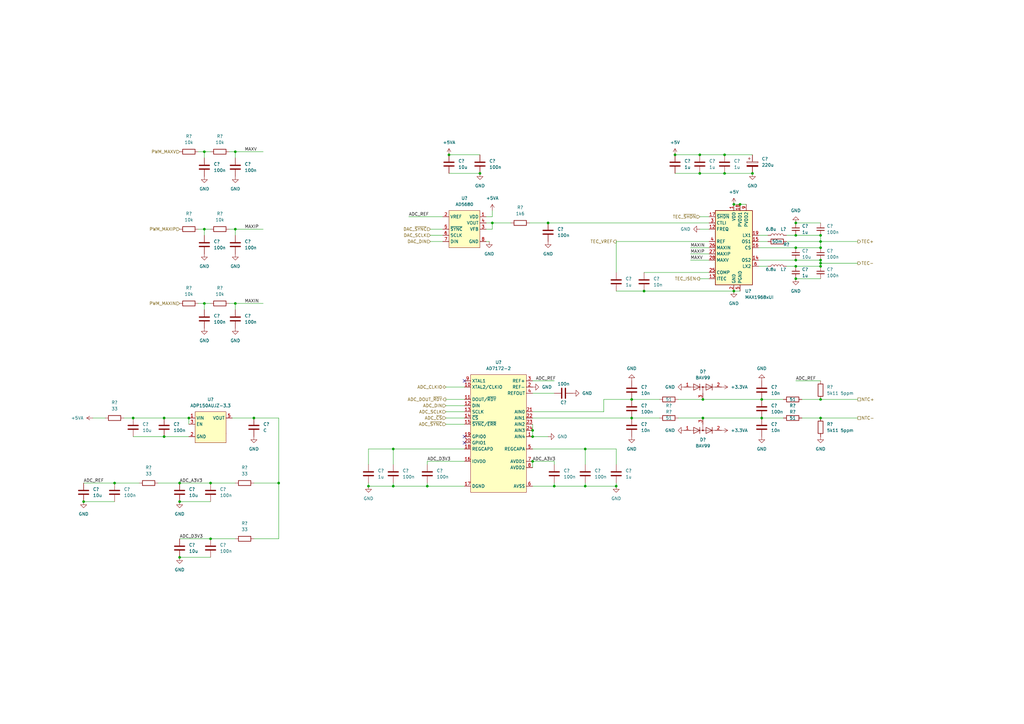
<source format=kicad_sch>
(kicad_sch (version 20211123) (generator eeschema)
  (paper "A3")
  (lib_symbols
    (symbol "Device:C" (pin_numbers hide) (pin_names (offset 0.254))
      (property "Reference" "C" (at 0.635 2.54 0))
      (property "Value" "C" (at 0.635 -2.54 0))
      (symbol "C_0_1"
        (polyline (pts (xy -2.032 -0.762) (xy 2.032 -0.762)) (stroke (width 0.508)))
        (polyline (pts (xy -2.032 0.762) (xy 2.032 0.762)) (stroke (width 0.508)))
      )
      (symbol "C_1_1"
        (pin passive line (at 0 3.81 270) (length 2.794) (name "~") (number "1"))
        (pin passive line (at 0 -3.81 90) (length 2.794) (name "~") (number "2"))
      )
    )
    (symbol "Device:C_Polarized" (pin_numbers hide) (pin_names (offset 0.254))
      (property "Reference" "C" (at 0.635 2.54 0))
      (property "Value" "C_Polarized" (at 0.635 -2.54 0))
      (symbol "C_Polarized_0_1"
        (rectangle (start -2.286 0.508) (end 2.286 1.016))
        (polyline (pts (xy -1.778 2.286) (xy -0.762 2.286)))
        (polyline (pts (xy -1.27 2.794) (xy -1.27 1.778)))
        (rectangle (start 2.286 -0.508) (end -2.286 -1.016) (fill (type outline)))
      )
      (symbol "C_Polarized_1_1"
        (pin passive line (at 0 3.81 270) (length 2.794) (name "~") (number "1"))
        (pin passive line (at 0 -3.81 90) (length 2.794) (name "~") (number "2"))
      )
    )
    (symbol "Device:C_Small" (pin_numbers hide) (pin_names (offset 0.254) hide)
      (property "Reference" "C" (at 0.254 1.778 0))
      (property "Value" "C_Small" (at 0.254 -2.032 0))
      (symbol "C_Small_0_1"
        (polyline (pts (xy -1.524 -0.508) (xy 1.524 -0.508)) (stroke (width 0.3302)))
        (polyline (pts (xy -1.524 0.508) (xy 1.524 0.508)) (stroke (width 0.3048)))
      )
      (symbol "C_Small_1_1"
        (pin passive line (at 0 2.54 270) (length 2.032) (name "~") (number "1"))
        (pin passive line (at 0 -2.54 90) (length 2.032) (name "~") (number "2"))
      )
    )
    (symbol "Device:L" (pin_numbers hide) (pin_names (offset 1.016) hide)
      (property "Reference" "L" (at -1.27 0 90))
      (property "Value" "L" (at 1.905 0 90))
      (symbol "L_0_1"
        (arc (start 0 -2.54) (mid 0.635 -1.905) (end 0 -1.27))
        (arc (start 0 -1.27) (mid 0.635 -0.635) (end 0 0))
        (arc (start 0 0) (mid 0.635 0.635) (end 0 1.27))
        (arc (start 0 1.27) (mid 0.635 1.905) (end 0 2.54))
      )
      (symbol "L_1_1"
        (pin passive line (at 0 3.81 270) (length 1.27) (name "1") (number "1"))
        (pin passive line (at 0 -3.81 90) (length 1.27) (name "2") (number "2"))
      )
    )
    (symbol "Device:R" (pin_numbers hide) (pin_names (offset 0))
      (property "Reference" "R" (at 2.032 0 90))
      (property "Value" "R" (at 0 0 90))
      (symbol "R_0_1"
        (rectangle (start -1.016 -2.54) (end 1.016 2.54) (stroke (width 0.254)))
      )
      (symbol "R_1_1"
        (pin passive line (at 0 3.81 270) (length 1.27) (name "~") (number "1"))
        (pin passive line (at 0 -3.81 90) (length 1.27) (name "~") (number "2"))
      )
    )
    (symbol "Diode:BAV99" (pin_names hide)
      (property "Reference" "D" (at 0 5.08 0))
      (property "Value" "BAV99" (at 0 2.54 0))
      (symbol "BAV99_0_1"
        (polyline (pts (xy -5.08 0) (xy 5.08 0)))
      )
      (symbol "BAV99_1_1"
        (polyline (pts (xy 0 0) (xy 0 -2.54)))
        (polyline (pts (xy -1.27 -1.27) (xy -1.27 1.27) (xy -1.27 1.27)) (stroke (width 0.2032)))
        (polyline (pts (xy 3.81 1.27) (xy 3.81 -1.27) (xy 3.81 -1.27)) (stroke (width 0.2032)))
        (polyline (pts (xy -3.81 1.27) (xy -1.27 0) (xy -3.81 -1.27) (xy -3.81 1.27) (xy -3.81 1.27) (xy -3.81 1.27)) (stroke (width 0.2032)))
        (polyline (pts (xy 1.27 1.27) (xy 3.81 0) (xy 1.27 -1.27) (xy 1.27 1.27) (xy 1.27 1.27) (xy 1.27 1.27)) (stroke (width 0.2032)))
        (circle (center 0 0) (radius 0.254) (fill (type outline)))
        (pin passive line (at -7.62 0 0) (length 2.54) (name "K") (number "1"))
        (pin passive line (at 7.62 0 180) (length 2.54) (name "A") (number "2"))
        (pin passive line (at 0 -5.08 90) (length 2.54) (name "K") (number "3"))
      )
    )
    (symbol "Driver_TEC:MAX1968xUI"
      (property "Reference" "U" (at -7.62 16.51 0))
      (property "Value" "MAX1968xUI" (at 5.08 16.51 0))
      (symbol "MAX1968xUI_0_1"
        (rectangle (start -7.62 15.24) (end 7.62 -15.24) (stroke (width 0.254)) (fill (type background)))
      )
      (symbol "MAX1968xUI_1_1"
        (pin power_in line (at 0 17.78 270) (length 2.54) (name "VDD") (number "1"))
        (pin passive line (at 10.16 -7.62 180) (length 2.54) hide (name "LX2") (number "10"))
        (pin passive line (at 5.08 17.78 270) (length 2.54) hide (name "PVDD2") (number "11"))
        (pin input line (at -10.16 7.62 0) (length 2.54) (name "FREQ") (number "12"))
        (pin output line (at -10.16 -12.7 0) (length 2.54) (name "ITEC") (number "13"))
        (pin input line (at 10.16 -5.08 180) (length 2.54) (name "OS2") (number "14"))
        (pin input line (at 10.16 2.54 180) (length 2.54) (name "OS1") (number "15"))
        (pin input line (at 10.16 0 180) (length 2.54) (name "CS") (number "16"))
        (pin input line (at -10.16 12.7 0) (length 2.54) (name "~{SHDN}") (number "17"))
        (pin power_in line (at 2.54 17.78 270) (length 2.54) (name "PVDD1") (number "18"))
        (pin power_out line (at 10.16 5.08 180) (length 2.54) (name "LX1") (number "19"))
        (pin power_in line (at 0 -17.78 90) (length 2.54) (name "GND") (number "2"))
        (pin passive line (at 2.54 17.78 270) (length 2.54) hide (name "PVDD1") (number "20"))
        (pin passive line (at 10.16 5.08 180) (length 2.54) hide (name "LX1") (number "21"))
        (pin passive line (at 2.54 -17.78 90) (length 2.54) hide (name "PGND") (number "22"))
        (pin passive line (at 10.16 5.08 180) (length 2.54) hide (name "LX1") (number "23"))
        (pin passive line (at 2.54 -17.78 90) (length 2.54) hide (name "PGND") (number "24"))
        (pin passive line (at -10.16 -10.16 0) (length 2.54) (name "COMP") (number "25"))
        (pin input line (at -10.16 0 0) (length 2.54) (name "MAXIN") (number "26"))
        (pin input line (at -10.16 -2.54 0) (length 2.54) (name "MAXIP") (number "27"))
        (pin input line (at -10.16 -5.08 0) (length 2.54) (name "MAXV") (number "28"))
        (pin passive line (at 0 -17.78 90) (length 2.54) hide (name "GND") (number "29"))
        (pin input line (at -10.16 10.16 0) (length 2.54) (name "CTLI") (number "3"))
        (pin output line (at -10.16 2.54 0) (length 2.54) (name "REF") (number "4"))
        (pin power_in line (at 2.54 -17.78 90) (length 2.54) (name "PGND") (number "5"))
        (pin power_out line (at 10.16 -7.62 180) (length 2.54) (name "LX2") (number "6"))
        (pin passive line (at 2.54 -17.78 90) (length 2.54) hide (name "PGND") (number "7"))
        (pin passive line (at 10.16 -7.62 180) (length 2.54) hide (name "LX2") (number "8"))
        (pin power_in line (at 5.08 17.78 270) (length 2.54) (name "PVDD2") (number "9"))
      )
    )
    (symbol "kirdy:AD5680"
      (property "Reference" "U" (at 0 -3.81 0))
      (property "Value" "AD5680" (at 0 -1.27 0))
      (symbol "AD5680_0_0"
        (pin power_in line (at 8.89 12.7 180) (length 2.54) (name "VDD") (number "1"))
        (pin input line (at -8.89 12.7 0) (length 2.54) (name "VREF") (number "2"))
        (pin input line (at 8.89 7.62 180) (length 2.54) (name "VFB") (number "3"))
        (pin output line (at 8.89 10.16 180) (length 2.54) (name "VOUT") (number "4"))
        (pin input line (at -8.89 7.62 0) (length 2.54) (name "~{SYNC}") (number "5"))
        (pin input line (at -8.89 5.08 0) (length 2.54) (name "SCLK") (number "6"))
        (pin input line (at -8.89 2.54 0) (length 2.54) (name "DIN") (number "7"))
        (pin power_in line (at 8.89 2.54 180) (length 2.54) (name "GND") (number "8"))
      )
      (symbol "AD5680_0_1"
        (rectangle (start -6.35 15.24) (end 6.35 0) (fill (type background)))
      )
    )
    (symbol "kirdy:AD7172-2"
      (property "Reference" "U" (at 8.89 -22.86 0))
      (property "Value" "AD7172-2" (at -6.35 -22.86 0))
      (symbol "AD7172-2_0_0"
        (pin input line (at -13.97 1.27 0) (length 2.54) (name "AIN4") (number "1"))
        (pin bidirectional line (at 13.97 21.59 180) (length 2.54) (name "XTAL2/CLKIO") (number "10"))
        (pin output line (at 13.97 16.51 180) (length 2.54) (name "DOUT/~{RDY}") (number "11"))
        (pin input line (at 13.97 13.97 180) (length 2.54) (name "DIN") (number "12"))
        (pin input line (at 13.97 11.43 180) (length 2.54) (name "SCLK") (number "13"))
        (pin input line (at 13.97 8.89 180) (length 2.54) (name "~{CS}") (number "14"))
        (pin bidirectional line (at 13.97 6.35 180) (length 2.54) (name "~{SYNC}/~{ERR}") (number "15"))
        (pin power_in line (at 13.97 -8.89 180) (length 2.54) (name "IOVDD") (number "16"))
        (pin power_in line (at 13.97 -19.05 180) (length 2.54) (name "DGND") (number "17"))
        (pin passive line (at 13.97 -3.81 180) (length 2.54) (name "REGCAPD") (number "18"))
        (pin bidirectional line (at 13.97 1.27 180) (length 2.54) (name "GPIO0") (number "19"))
        (pin input line (at -13.97 21.59 0) (length 2.54) (name "REF-") (number "2"))
        (pin bidirectional line (at 13.97 -1.27 180) (length 2.54) (name "GPIO1") (number "20"))
        (pin input line (at -13.97 11.43 0) (length 2.54) (name "AIN0") (number "21"))
        (pin input line (at -13.97 8.89 0) (length 2.54) (name "AIN1") (number "22"))
        (pin input line (at -13.97 6.35 0) (length 2.54) (name "AIN2") (number "23"))
        (pin input line (at -13.97 3.81 0) (length 2.54) (name "AIN3") (number "24"))
        (pin input line (at -13.97 24.13 0) (length 2.54) (name "REF+") (number "3"))
        (pin output line (at -13.97 19.05 0) (length 2.54) (name "REFOUT") (number "4"))
        (pin passive line (at -13.97 -3.81 0) (length 2.54) (name "REGCAPA") (number "5"))
        (pin power_in line (at -13.97 -19.05 0) (length 2.54) (name "AVSS") (number "6"))
        (pin power_in line (at -13.97 -8.89 0) (length 2.54) (name "AVDD1") (number "7"))
        (pin power_in line (at -13.97 -11.43 0) (length 2.54) (name "AVDD2") (number "8"))
        (pin bidirectional line (at 13.97 24.13 180) (length 2.54) (name "XTAL1") (number "9"))
      )
      (symbol "AD7172-2_0_1"
        (rectangle (start -11.43 26.67) (end 11.43 -21.59) (fill (type background)))
      )
    )
    (symbol "kirdy:ADP150AUJZ-3.3"
      (property "Reference" "U" (at -5.08 -1.27 0))
      (property "Value" "ADP150AUJZ-3.3" (at -7.62 1.27 0))
      (symbol "ADP150AUJZ-3.3_0_0"
        (pin power_in line (at 5.08 10.16 0) (length 2.54) (name "VIN") (number "1"))
        (pin power_in line (at 5.08 2.54 0) (length 2.54) (name "GND") (number "2"))
        (pin input line (at 5.08 7.62 0) (length 2.54) (name "EN") (number "3"))
        (pin no_connect line (at 13.97 8.89 90) (length 2.54) hide (name "NC") (number "4"))
        (pin power_out line (at 22.86 10.16 180) (length 2.54) (name "VOUT") (number "5"))
      )
      (symbol "ADP150AUJZ-3.3_0_1"
        (rectangle (start 7.62 12.7) (end 20.32 0) (fill (type background)))
        (rectangle (start 20.32 3.81) (end 20.32 3.81))
      )
    )
    (symbol "power:+3.3VA" (power) (pin_names (offset 0))
      (property "Value" "+3.3VA" (at 0 3.556 0))
      (symbol "+3.3VA_0_1"
        (polyline (pts (xy -0.762 1.27) (xy 0 2.54)))
        (polyline (pts (xy 0 0) (xy 0 2.54)))
        (polyline (pts (xy 0 2.54) (xy 0.762 1.27)))
      )
      (symbol "+3.3VA_1_1"
        (pin power_in line (at 0 0 90) (length 0) hide (name "+3.3VA") (number "1"))
      )
    )
    (symbol "power:+5V" (power) (pin_names (offset 0))
      (property "Value" "+5V" (at 0 3.556 0))
      (symbol "+5V_0_1"
        (polyline (pts (xy -0.762 1.27) (xy 0 2.54)))
        (polyline (pts (xy 0 0) (xy 0 2.54)))
        (polyline (pts (xy 0 2.54) (xy 0.762 1.27)))
      )
      (symbol "+5V_1_1"
        (pin power_in line (at 0 0 90) (length 0) hide (name "+5V") (number "1"))
      )
    )
    (symbol "power:+5VA" (power) (pin_names (offset 0))
      (property "Value" "+5VA" (at 0 3.556 0))
      (symbol "+5VA_0_1"
        (polyline (pts (xy -0.762 1.27) (xy 0 2.54)))
        (polyline (pts (xy 0 0) (xy 0 2.54)))
        (polyline (pts (xy 0 2.54) (xy 0.762 1.27)))
      )
      (symbol "+5VA_1_1"
        (pin power_in line (at 0 0 90) (length 0) hide (name "+5VA") (number "1"))
      )
    )
    (symbol "power:GND" (power) (pin_names (offset 0))
      (property "Value" "GND" (at 0 -3.81 0))
      (symbol "GND_0_1"
        (polyline (pts (xy 0 0) (xy 0 -1.27) (xy 1.27 -1.27) (xy 0 -2.54) (xy -1.27 -1.27) (xy 0 -1.27)))
      )
      (symbol "GND_1_1"
        (pin power_in line (at 0 0 270) (length 0) hide (name "GND") (number "1"))
      )
    )
  )
  (junction (at 300.99 119.38))
  (junction (at 54.61 171.45))
  (junction (at 297.18 63.5))
  (junction (at 326.39 106.68))
  (junction (at 201.93 91.44))
  (junction (at 252.73 199.39))
  (junction (at 96.52 62.23))
  (junction (at 326.39 109.22))
  (junction (at 161.29 184.15))
  (junction (at 336.55 107.95))
  (junction (at 83.82 62.23))
  (junction (at 336.55 96.52))
  (junction (at 73.66 228.6))
  (junction (at 114.3 198.12))
  (junction (at 303.53 83.82))
  (junction (at 218.44 189.23))
  (junction (at 336.55 163.83))
  (junction (at 218.44 179.07))
  (junction (at 161.29 199.39))
  (junction (at 326.39 101.6))
  (junction (at 276.86 63.5))
  (junction (at 308.61 71.12))
  (junction (at 86.36 220.98))
  (junction (at 336.55 99.06))
  (junction (at 224.79 91.44))
  (junction (at 326.39 96.52))
  (junction (at 287.02 71.12))
  (junction (at 300.99 83.82))
  (junction (at 326.39 114.3))
  (junction (at 83.82 93.98))
  (junction (at 73.66 198.12))
  (junction (at 83.82 124.46))
  (junction (at 175.26 199.39))
  (junction (at 259.08 163.83))
  (junction (at 73.66 205.74))
  (junction (at 86.36 198.12))
  (junction (at 46.99 198.12))
  (junction (at 336.55 109.22))
  (junction (at 218.44 176.53))
  (junction (at 184.15 63.5))
  (junction (at 240.03 199.39))
  (junction (at 259.08 171.45))
  (junction (at 104.14 171.45))
  (junction (at 336.55 101.6))
  (junction (at 96.52 93.98))
  (junction (at 227.33 199.39))
  (junction (at 96.52 124.46))
  (junction (at 34.29 205.74))
  (junction (at 312.42 163.83))
  (junction (at 67.31 179.07))
  (junction (at 67.31 171.45))
  (junction (at 288.29 163.83))
  (junction (at 196.85 71.12))
  (junction (at 336.55 171.45))
  (junction (at 240.03 184.15))
  (junction (at 288.29 171.45))
  (junction (at 151.13 199.39))
  (junction (at 264.16 119.38))
  (junction (at 336.55 106.68))
  (junction (at 287.02 63.5))
  (junction (at 297.18 71.12))
  (junction (at 312.42 171.45))
  (junction (at 77.47 171.45))
  (junction (at 326.39 91.44))
  (no_connect (at 190.5 156.21))
  (no_connect (at 190.5 179.07))
  (no_connect (at 190.5 181.61))
  (wire (pts (xy 218.44 176.53) (xy 218.44 179.07)))
  (wire (pts (xy 218.44 189.23) (xy 227.33 189.23)))
  (wire (pts (xy 114.3 198.12) (xy 114.3 171.45)))
  (wire (pts (xy 311.15 99.06) (xy 314.96 99.06)))
  (wire (pts (xy 276.86 63.5) (xy 287.02 63.5)))
  (wire (pts (xy 67.31 179.07) (xy 77.47 179.07)))
  (wire (pts (xy 34.29 205.74) (xy 46.99 205.74)))
  (wire (pts (xy 252.73 111.76) (xy 252.73 99.06)))
  (wire (pts (xy 311.15 101.6) (xy 326.39 101.6)))
  (wire (pts (xy 182.88 166.37) (xy 190.5 166.37)))
  (wire (pts (xy 175.26 189.23) (xy 190.5 189.23)))
  (wire (pts (xy 252.73 119.38) (xy 264.16 119.38)))
  (wire (pts (xy 38.1 171.45) (xy 43.18 171.45)))
  (wire (pts (xy 252.73 184.15) (xy 252.73 190.5)))
  (wire (pts (xy 259.08 171.45) (xy 270.51 171.45)))
  (wire (pts (xy 151.13 190.5) (xy 151.13 184.15)))
  (wire (pts (xy 336.55 109.22) (xy 326.39 109.22)))
  (wire (pts (xy 104.14 198.12) (xy 114.3 198.12)))
  (wire (pts (xy 86.36 220.98) (xy 96.52 220.98)))
  (wire (pts (xy 326.39 96.52) (xy 322.58 96.52)))
  (wire (pts (xy 114.3 171.45) (xy 104.14 171.45)))
  (wire (pts (xy 259.08 163.83) (xy 270.51 163.83)))
  (wire (pts (xy 199.39 93.98) (xy 201.93 93.98)))
  (wire (pts (xy 326.39 106.68) (xy 336.55 106.68)))
  (wire (pts (xy 297.18 63.5) (xy 308.61 63.5)))
  (wire (pts (xy 287.02 71.12) (xy 297.18 71.12)))
  (wire (pts (xy 312.42 163.83) (xy 321.31 163.83)))
  (wire (pts (xy 264.16 119.38) (xy 300.99 119.38)))
  (wire (pts (xy 336.55 101.6) (xy 336.55 99.06)))
  (wire (pts (xy 300.99 83.82) (xy 303.53 83.82)))
  (wire (pts (xy 227.33 189.23) (xy 227.33 190.5)))
  (wire (pts (xy 83.82 93.98) (xy 86.36 93.98)))
  (wire (pts (xy 336.55 99.06) (xy 351.79 99.06)))
  (wire (pts (xy 184.15 63.5) (xy 196.85 63.5)))
  (wire (pts (xy 218.44 184.15) (xy 240.03 184.15)))
  (wire (pts (xy 218.44 189.23) (xy 218.44 191.77)))
  (wire (pts (xy 151.13 184.15) (xy 161.29 184.15)))
  (wire (pts (xy 151.13 199.39) (xy 161.29 199.39)))
  (wire (pts (xy 199.39 99.06) (xy 200.66 99.06)))
  (wire (pts (xy 96.52 124.46) (xy 96.52 127)))
  (wire (pts (xy 322.58 99.06) (xy 336.55 99.06)))
  (wire (pts (xy 287.02 88.9) (xy 290.83 88.9)))
  (wire (pts (xy 283.21 101.6) (xy 290.83 101.6)))
  (wire (pts (xy 336.55 101.6) (xy 326.39 101.6)))
  (wire (pts (xy 336.55 99.06) (xy 336.55 96.52)))
  (wire (pts (xy 54.61 179.07) (xy 67.31 179.07)))
  (wire (pts (xy 247.65 168.91) (xy 247.65 163.83)))
  (wire (pts (xy 184.15 71.12) (xy 196.85 71.12)))
  (wire (pts (xy 96.52 124.46) (xy 107.95 124.46)))
  (wire (pts (xy 240.03 184.15) (xy 252.73 184.15)))
  (wire (pts (xy 328.93 163.83) (xy 336.55 163.83)))
  (wire (pts (xy 182.88 168.91) (xy 190.5 168.91)))
  (wire (pts (xy 328.93 171.45) (xy 336.55 171.45)))
  (wire (pts (xy 199.39 88.9) (xy 201.93 88.9)))
  (wire (pts (xy 93.98 93.98) (xy 96.52 93.98)))
  (wire (pts (xy 83.82 62.23) (xy 83.82 64.77)))
  (wire (pts (xy 161.29 198.12) (xy 161.29 199.39)))
  (wire (pts (xy 73.66 228.6) (xy 86.36 228.6)))
  (wire (pts (xy 288.29 171.45) (xy 312.42 171.45)))
  (wire (pts (xy 264.16 111.76) (xy 290.83 111.76)))
  (wire (pts (xy 176.53 96.52) (xy 181.61 96.52)))
  (wire (pts (xy 167.64 88.9) (xy 181.61 88.9)))
  (wire (pts (xy 46.99 198.12) (xy 57.15 198.12)))
  (wire (pts (xy 240.03 198.12) (xy 240.03 199.39)))
  (wire (pts (xy 201.93 88.9) (xy 201.93 86.36)))
  (wire (pts (xy 311.15 106.68) (xy 326.39 106.68)))
  (wire (pts (xy 34.29 198.12) (xy 46.99 198.12)))
  (wire (pts (xy 83.82 124.46) (xy 83.82 127)))
  (wire (pts (xy 175.26 199.39) (xy 190.5 199.39)))
  (wire (pts (xy 86.36 198.12) (xy 96.52 198.12)))
  (wire (pts (xy 218.44 161.29) (xy 227.33 161.29)))
  (wire (pts (xy 218.44 171.45) (xy 259.08 171.45)))
  (wire (pts (xy 278.13 171.45) (xy 288.29 171.45)))
  (wire (pts (xy 96.52 93.98) (xy 96.52 96.52)))
  (wire (pts (xy 50.8 171.45) (xy 54.61 171.45)))
  (wire (pts (xy 326.39 114.3) (xy 336.55 114.3)))
  (wire (pts (xy 77.47 171.45) (xy 77.47 173.99)))
  (wire (pts (xy 218.44 179.07) (xy 224.79 179.07)))
  (wire (pts (xy 95.25 171.45) (xy 104.14 171.45)))
  (wire (pts (xy 247.65 168.91) (xy 218.44 168.91)))
  (wire (pts (xy 252.73 198.12) (xy 252.73 199.39)))
  (wire (pts (xy 199.39 91.44) (xy 201.93 91.44)))
  (wire (pts (xy 104.14 220.98) (xy 114.3 220.98)))
  (wire (pts (xy 83.82 93.98) (xy 83.82 96.52)))
  (wire (pts (xy 93.98 62.23) (xy 96.52 62.23)))
  (wire (pts (xy 224.79 91.44) (xy 290.83 91.44)))
  (wire (pts (xy 287.02 93.98) (xy 290.83 93.98)))
  (wire (pts (xy 73.66 205.74) (xy 86.36 205.74)))
  (wire (pts (xy 182.88 171.45) (xy 190.5 171.45)))
  (wire (pts (xy 201.93 93.98) (xy 201.93 91.44)))
  (wire (pts (xy 218.44 156.21) (xy 227.33 156.21)))
  (wire (pts (xy 176.53 93.98) (xy 181.61 93.98)))
  (wire (pts (xy 81.28 93.98) (xy 83.82 93.98)))
  (wire (pts (xy 182.88 163.83) (xy 190.5 163.83)))
  (wire (pts (xy 73.66 198.12) (xy 86.36 198.12)))
  (wire (pts (xy 336.55 107.95) (xy 351.79 107.95)))
  (wire (pts (xy 96.52 62.23) (xy 107.95 62.23)))
  (wire (pts (xy 175.26 198.12) (xy 175.26 199.39)))
  (wire (pts (xy 218.44 173.99) (xy 218.44 176.53)))
  (wire (pts (xy 326.39 156.21) (xy 336.55 156.21)))
  (wire (pts (xy 114.3 220.98) (xy 114.3 198.12)))
  (wire (pts (xy 311.15 96.52) (xy 314.96 96.52)))
  (wire (pts (xy 54.61 171.45) (xy 67.31 171.45)))
  (wire (pts (xy 287.02 114.3) (xy 290.83 114.3)))
  (wire (pts (xy 96.52 93.98) (xy 107.95 93.98)))
  (wire (pts (xy 81.28 62.23) (xy 83.82 62.23)))
  (wire (pts (xy 240.03 184.15) (xy 240.03 190.5)))
  (wire (pts (xy 336.55 107.95) (xy 336.55 106.68)))
  (wire (pts (xy 217.17 91.44) (xy 224.79 91.44)))
  (wire (pts (xy 312.42 171.45) (xy 321.31 171.45)))
  (wire (pts (xy 276.86 71.12) (xy 287.02 71.12)))
  (wire (pts (xy 336.55 171.45) (xy 351.79 171.45)))
  (wire (pts (xy 287.02 63.5) (xy 297.18 63.5)))
  (wire (pts (xy 288.29 163.83) (xy 312.42 163.83)))
  (wire (pts (xy 81.28 124.46) (xy 83.82 124.46)))
  (wire (pts (xy 303.53 83.82) (xy 306.07 83.82)))
  (wire (pts (xy 83.82 124.46) (xy 86.36 124.46)))
  (wire (pts (xy 278.13 163.83) (xy 288.29 163.83)))
  (wire (pts (xy 73.66 220.98) (xy 86.36 220.98)))
  (wire (pts (xy 326.39 96.52) (xy 336.55 96.52)))
  (wire (pts (xy 96.52 62.23) (xy 96.52 64.77)))
  (wire (pts (xy 252.73 99.06) (xy 290.83 99.06)))
  (wire (pts (xy 93.98 124.46) (xy 96.52 124.46)))
  (wire (pts (xy 227.33 198.12) (xy 227.33 199.39)))
  (wire (pts (xy 218.44 199.39) (xy 227.33 199.39)))
  (wire (pts (xy 300.99 119.38) (xy 303.53 119.38)))
  (wire (pts (xy 176.53 99.06) (xy 181.61 99.06)))
  (wire (pts (xy 64.77 198.12) (xy 73.66 198.12)))
  (wire (pts (xy 182.88 173.99) (xy 190.5 173.99)))
  (wire (pts (xy 161.29 199.39) (xy 175.26 199.39)))
  (wire (pts (xy 336.55 109.22) (xy 336.55 107.95)))
  (wire (pts (xy 201.93 91.44) (xy 209.55 91.44)))
  (wire (pts (xy 247.65 163.83) (xy 259.08 163.83)))
  (wire (pts (xy 83.82 62.23) (xy 86.36 62.23)))
  (wire (pts (xy 336.55 163.83) (xy 351.79 163.83)))
  (wire (pts (xy 161.29 184.15) (xy 161.29 190.5)))
  (wire (pts (xy 67.31 171.45) (xy 77.47 171.45)))
  (wire (pts (xy 326.39 91.44) (xy 336.55 91.44)))
  (wire (pts (xy 311.15 109.22) (xy 314.96 109.22)))
  (wire (pts (xy 227.33 199.39) (xy 240.03 199.39)))
  (wire (pts (xy 322.58 109.22) (xy 326.39 109.22)))
  (wire (pts (xy 297.18 71.12) (xy 308.61 71.12)))
  (wire (pts (xy 161.29 184.15) (xy 190.5 184.15)))
  (wire (pts (xy 283.21 104.14) (xy 290.83 104.14)))
  (wire (pts (xy 283.21 106.68) (xy 290.83 106.68)))
  (wire (pts (xy 240.03 199.39) (xy 252.73 199.39)))
  (wire (pts (xy 182.88 158.75) (xy 190.5 158.75)))
  (wire (pts (xy 151.13 198.12) (xy 151.13 199.39)))
  (wire (pts (xy 175.26 189.23) (xy 175.26 190.5)))
  (label "ADC_D3V3" (at 175.26 189.23 0))
  (label "MAXV" (at 100.33 62.23 0))
  (label "MAXIN" (at 100.33 124.46 0))
  (label "ADC_REF" (at 34.29 198.12 0))
  (label "MAXIN" (at 283.21 101.6 0))
  (label "ADC_A3V3" (at 73.66 198.12 0))
  (label "MAXV" (at 283.21 106.68 0))
  (label "MAXIP" (at 100.33 93.98 0))
  (label "ADC_REF" (at 326.39 156.21 0))
  (label "ADC_D3V3" (at 73.66 220.98 0))
  (label "ADC_REF" (at 219.71 156.21 0))
  (label "ADC_A3V3" (at 218.44 189.23 0))
  (label "ADC_REF" (at 167.64 88.9 0))
  (label "MAXIP" (at 283.21 104.14 0))
  (hierarchical_label "ADC_DOUT_~{RDY}" (shape output) (at 182.88 163.83 180))
  (hierarchical_label "ADC_CLKIO" (shape bidirectional) (at 182.88 158.75 180))
  (hierarchical_label "TEC+" (shape output) (at 351.79 99.06 0))
  (hierarchical_label "PWM_MAXIP" (shape input) (at 73.66 93.98 180))
  (hierarchical_label "DAC_DIN" (shape input) (at 176.53 99.06 180))
  (hierarchical_label "PWM_MAXIN" (shape input) (at 73.66 124.46 180))
  (hierarchical_label "TEC_VREF" (shape output) (at 252.73 99.06 180))
  (hierarchical_label "TEC_~{SHDN}" (shape input) (at 287.02 88.9 180))
  (hierarchical_label "DAC_SCLK" (shape input) (at 176.53 96.52 180))
  (hierarchical_label "TEC_ISEN" (shape output) (at 287.02 114.3 180))
  (hierarchical_label "ADC_~{CS}" (shape input) (at 182.88 171.45 180))
  (hierarchical_label "NTC-" (shape passive) (at 351.79 171.45 0))
  (hierarchical_label "ADC_DIN" (shape input) (at 182.88 166.37 180))
  (hierarchical_label "NTC+" (shape passive) (at 351.79 163.83 0))
  (hierarchical_label "TEC-" (shape output) (at 351.79 107.95 0))
  (hierarchical_label "PWM_MAXV" (shape input) (at 73.66 62.23 180))
  (hierarchical_label "ADC_SCLK" (shape input) (at 182.88 168.91 180))
  (hierarchical_label "ADC_~{SYNC}" (shape input) (at 182.88 173.99 180))
  (hierarchical_label "DAC_~{SYNC}" (shape input) (at 176.53 93.98 180))
  (symbol (lib_id "power:GND") (at 73.66 205.74 0) (unit 1)
    (property "Reference" "#PWR?" (effects hide))
    (property "Value" "GND" (at 73.66 210.82 0))
  )
  (symbol (lib_id "Device:C") (at 240.03 194.31 0) (unit 1)
    (property "Reference" "C?" (at 243.84 193.0399 0) (effects (justify left)))
    (property "Value" "100n" (at 243.84 195.5799 0) (effects (justify left)))
  )
  (symbol (lib_id "Device:C") (at 175.26 194.31 0) (unit 1)
    (property "Reference" "C?" (at 179.07 193.0399 0) (effects (justify left)))
    (property "Value" "100n" (at 179.07 195.5799 0) (effects (justify left)))
  )
  (symbol (lib_id "kirdy:AD5680") (at 190.5 101.6 0) (unit 1)
    (property "Reference" "U?" (at 190.5 81.28 0))
    (property "Value" "AD5680" (at 190.5 83.82 0))
    (property "Footprint" "Package_TO_SOT_SMD:SOT-23-8" (effects hide))
    (property "Datasheet" "https://www.analog.com/media/en/technical-documentation/data-sheets/ad5680.pdf" (effects hide))
  )
  (symbol (lib_id "power:GND") (at 34.29 205.74 0) (unit 1)
    (property "Reference" "#PWR?" (effects hide))
    (property "Value" "GND" (at 34.29 210.82 0))
  )
  (symbol (lib_id "power:GND") (at 200.66 99.06 0) (unit 1)
    (property "Reference" "#PWR?" (effects hide))
    (property "Value" "GND" (at 200.66 104.14 0))
  )
  (symbol (lib_id "Device:C") (at 73.66 224.79 0) (unit 1)
    (property "Reference" "C?" (at 77.47 223.5199 0) (effects (justify left)))
    (property "Value" "10u" (at 77.47 226.0599 0) (effects (justify left)))
  )
  (symbol (lib_id "Device:R") (at 318.77 99.06 90) (unit 1)
    (property "Reference" "R?" (at 322.58 100.33 90))
    (property "Value" "50m" (at 318.77 99.06 90))
  )
  (symbol (lib_id "Device:C") (at 252.73 194.31 0) (unit 1)
    (property "Reference" "C?" (at 256.54 193.0399 0) (effects (justify left)))
    (property "Value" "1u" (at 256.54 195.5799 0) (effects (justify left)))
  )
  (symbol (lib_id "power:+5V") (at 276.86 63.5 0) (unit 1)
    (property "Reference" "#PWR?" (effects hide))
    (property "Value" "+5V" (at 276.86 58.42 0))
  )
  (symbol (lib_id "Device:R") (at 100.33 220.98 90) (unit 1)
    (property "Reference" "R?" (at 100.33 214.63 90))
    (property "Value" "33" (at 100.33 217.17 90))
  )
  (symbol (lib_id "power:GND") (at 83.82 104.14 0) (unit 1)
    (property "Reference" "#PWR?" (effects hide))
    (property "Value" "GND" (at 83.82 109.22 0))
  )
  (symbol (lib_id "Device:R") (at 90.17 62.23 90) (unit 1)
    (property "Reference" "R?" (at 90.17 55.88 90))
    (property "Value" "10k" (at 90.17 58.42 90))
  )
  (symbol (lib_id "Device:R") (at 46.99 171.45 90) (unit 1)
    (property "Reference" "R?" (at 46.99 165.1 90))
    (property "Value" "33" (at 46.99 167.64 90))
  )
  (symbol (lib_id "Device:R") (at 274.32 163.83 90) (unit 1)
    (property "Reference" "R?" (at 274.32 166.37 90))
    (property "Value" "51" (at 274.32 163.83 90))
  )
  (symbol (lib_id "power:GND") (at 308.61 71.12 0) (unit 1)
    (property "Reference" "#PWR?" (effects hide))
    (property "Value" "GND" (at 308.61 76.2 0))
  )
  (symbol (lib_id "Device:R") (at 325.12 163.83 90) (unit 1)
    (property "Reference" "R?" (at 325.12 166.37 90))
    (property "Value" "51" (at 325.12 163.83 90))
  )
  (symbol (lib_id "Device:R") (at 274.32 171.45 90) (unit 1)
    (property "Reference" "R?" (at 274.32 168.91 90))
    (property "Value" "51" (at 274.32 171.45 90))
  )
  (symbol (lib_id "kirdy:AD7172-2") (at 204.47 180.34 0) (mirror y) (unit 1)
    (property "Reference" "U?" (at 204.47 148.59 0))
    (property "Value" "AD7172-2" (at 204.47 151.13 0))
    (property "Footprint" "Package_SO:TSSOP-24_4.4x7.8mm_P0.65mm" (effects hide))
    (property "Datasheet" "https://www.analog.com/media/en/technical-documentation/data-sheets/ad7172-2.pdf" (effects hide))
  )
  (symbol (lib_id "Device:C") (at 86.36 201.93 0) (unit 1)
    (property "Reference" "C?" (at 90.17 200.6599 0) (effects (justify left)))
    (property "Value" "100n" (at 90.17 203.1999 0) (effects (justify left)))
  )
  (symbol (lib_id "power:GND") (at 83.82 134.62 0) (unit 1)
    (property "Reference" "#PWR?" (effects hide))
    (property "Value" "GND" (at 83.82 139.7 0))
  )
  (symbol (lib_id "Device:L") (at 318.77 109.22 90) (unit 1)
    (property "Reference" "L?" (at 321.31 110.49 90))
    (property "Value" "6.8u" (at 316.23 110.49 90))
  )
  (symbol (lib_id "power:GND") (at 234.95 161.29 90) (unit 1)
    (property "Reference" "#PWR?" (effects hide))
    (property "Value" "GND" (at 238.76 161.2899 90) (effects (justify right)))
  )
  (symbol (lib_id "Device:R") (at 77.47 93.98 90) (unit 1)
    (property "Reference" "R?" (at 77.47 87.63 90))
    (property "Value" "10k" (at 77.47 90.17 90))
  )
  (symbol (lib_id "Device:R") (at 325.12 171.45 90) (unit 1)
    (property "Reference" "R?" (at 325.12 168.91 90))
    (property "Value" "51" (at 325.12 171.45 90))
  )
  (symbol (lib_id "Device:C") (at 34.29 201.93 0) (unit 1)
    (property "Reference" "C?" (at 38.1 200.6599 0) (effects (justify left)))
    (property "Value" "10u" (at 38.1 203.1999 0) (effects (justify left)))
  )
  (symbol (lib_id "Device:C") (at 259.08 167.64 0) (unit 1)
    (property "Reference" "C?" (at 262.89 166.3699 0) (effects (justify left)))
    (property "Value" "100n" (at 262.89 168.9099 0) (effects (justify left)))
  )
  (symbol (lib_id "power:GND") (at 96.52 72.39 0) (unit 1)
    (property "Reference" "#PWR?" (effects hide))
    (property "Value" "GND" (at 96.52 77.47 0))
  )
  (symbol (lib_id "power:GND") (at 104.14 179.07 0) (unit 1)
    (property "Reference" "#PWR?" (effects hide))
    (property "Value" "GND" (at 104.14 184.15 0))
  )
  (symbol (lib_id "Device:C") (at 297.18 67.31 0) (unit 1)
    (property "Reference" "C?" (at 300.99 66.0399 0) (effects (justify left)))
    (property "Value" "1u" (at 300.99 68.5799 0) (effects (justify left)))
  )
  (symbol (lib_id "Device:C") (at 287.02 67.31 0) (unit 1)
    (property "Reference" "C?" (at 290.83 66.0399 0) (effects (justify left)))
    (property "Value" "1u" (at 290.83 68.5799 0) (effects (justify left)))
  )
  (symbol (lib_id "Device:C_Small") (at 326.39 104.14 0) (unit 1)
    (property "Reference" "C?" (at 328.93 102.8762 0) (effects (justify left)))
    (property "Value" "10u" (at 328.93 105.4162 0) (effects (justify left)))
  )
  (symbol (lib_id "power:GND") (at 224.79 179.07 90) (unit 1)
    (property "Reference" "#PWR?" (effects hide))
    (property "Value" "GND" (at 228.6 179.0699 90) (effects (justify right)))
  )
  (symbol (lib_id "Device:C") (at 96.52 130.81 0) (unit 1)
    (property "Reference" "C?" (at 100.33 129.5399 0) (effects (justify left)))
    (property "Value" "100n" (at 100.33 132.0799 0) (effects (justify left)))
  )
  (symbol (lib_id "Device:R") (at 90.17 93.98 90) (unit 1)
    (property "Reference" "R?" (at 90.17 87.63 90))
    (property "Value" "10k" (at 90.17 90.17 90))
  )
  (symbol (lib_id "Device:R") (at 336.55 160.02 0) (unit 1)
    (property "Reference" "R?" (at 339.09 158.7499 0) (effects (justify left)))
    (property "Value" "5k11 5ppm" (at 339.09 161.2899 0) (effects (justify left)))
  )
  (symbol (lib_id "power:GND") (at 224.79 99.06 0) (unit 1)
    (property "Reference" "#PWR?" (effects hide))
    (property "Value" "GND" (at 224.79 104.14 0))
  )
  (symbol (lib_id "kirdy:ADP150AUJZ-3.3") (at 72.39 181.61 0) (unit 1)
    (property "Reference" "U?" (at 86.36 163.83 0))
    (property "Value" "ADP150AUJZ-3.3" (at 86.36 166.37 0))
    (property "Footprint" "Package_TO_SOT_SMD:TSOT-23-5" (effects hide))
    (property "Datasheet" "https://www.analog.com/media/en/technical-documentation/data-sheets/adp150.pdf" (effects hide))
  )
  (symbol (lib_id "Device:C") (at 67.31 175.26 0) (unit 1)
    (property "Reference" "C?" (at 71.12 173.9899 0) (effects (justify left)))
    (property "Value" "100n" (at 71.12 176.5299 0) (effects (justify left)))
  )
  (symbol (lib_id "power:+3.3VA") (at 295.91 158.75 270) (unit 1)
    (property "Reference" "#PWR?" (effects hide))
    (property "Value" "+3.3VA" (at 299.72 158.7499 90) (effects (justify left)))
  )
  (symbol (lib_id "Device:C") (at 312.42 175.26 0) (unit 1)
    (property "Reference" "C?" (at 316.23 173.9899 0) (effects (justify left)))
    (property "Value" "10n" (at 316.23 176.5299 0) (effects (justify left)))
  )
  (symbol (lib_id "Device:C") (at 104.14 175.26 0) (unit 1)
    (property "Reference" "C?" (at 107.95 173.9899 0) (effects (justify left)))
    (property "Value" "C" (at 107.95 176.5299 0) (effects (justify left)))
  )
  (symbol (lib_id "Device:C") (at 252.73 115.57 0) (unit 1)
    (property "Reference" "C?" (at 256.54 114.2999 0) (effects (justify left)))
    (property "Value" "1u" (at 256.54 116.8399 0) (effects (justify left)))
  )
  (symbol (lib_id "Device:C") (at 276.86 67.31 0) (unit 1)
    (property "Reference" "C?" (at 280.67 66.0399 0) (effects (justify left)))
    (property "Value" "1u" (at 280.67 68.5799 0) (effects (justify left)))
  )
  (symbol (lib_id "Device:C_Small") (at 326.39 111.76 0) (unit 1)
    (property "Reference" "C?" (at 328.93 110.4962 0) (effects (justify left)))
    (property "Value" "1u" (at 328.93 113.0362 0) (effects (justify left)))
  )
  (symbol (lib_id "Device:C") (at 184.15 67.31 0) (unit 1)
    (property "Reference" "C?" (at 187.96 66.0399 0) (effects (justify left)))
    (property "Value" "10u" (at 187.96 68.5799 0) (effects (justify left)))
  )
  (symbol (lib_id "power:GND") (at 252.73 199.39 0) (unit 1)
    (property "Reference" "#PWR?" (effects hide))
    (property "Value" "GND" (at 252.73 204.47 0))
  )
  (symbol (lib_id "power:GND") (at 83.82 72.39 0) (unit 1)
    (property "Reference" "#PWR?" (effects hide))
    (property "Value" "GND" (at 83.82 77.47 0))
  )
  (symbol (lib_id "power:GND") (at 196.85 71.12 0) (unit 1)
    (property "Reference" "#PWR?" (effects hide))
    (property "Value" "GND" (at 196.85 76.2 0))
  )
  (symbol (lib_id "Device:R") (at 77.47 62.23 90) (unit 1)
    (property "Reference" "R?" (at 77.47 55.88 90))
    (property "Value" "10k" (at 77.47 58.42 90))
  )
  (symbol (lib_id "Device:C") (at 151.13 194.31 0) (unit 1)
    (property "Reference" "C?" (at 154.94 193.0399 0) (effects (justify left)))
    (property "Value" "1u" (at 154.94 195.5799 0) (effects (justify left)))
  )
  (symbol (lib_id "Device:R") (at 213.36 91.44 90) (unit 1)
    (property "Reference" "R?" (at 213.36 85.09 90))
    (property "Value" "1k6" (at 213.36 87.63 90))
  )
  (symbol (lib_id "power:GND") (at 280.67 158.75 270) (unit 1)
    (property "Reference" "#PWR?" (effects hide))
    (property "Value" "GND" (at 276.86 158.7499 90) (effects (justify right)))
  )
  (symbol (lib_id "Device:C") (at 96.52 68.58 0) (unit 1)
    (property "Reference" "C?" (at 100.33 67.3099 0) (effects (justify left)))
    (property "Value" "100n" (at 100.33 69.8499 0) (effects (justify left)))
  )
  (symbol (lib_id "Device:R") (at 336.55 175.26 0) (unit 1)
    (property "Reference" "R?" (at 339.09 173.9899 0) (effects (justify left)))
    (property "Value" "5k11 5ppm" (at 339.09 176.5299 0) (effects (justify left)))
  )
  (symbol (lib_id "Device:C") (at 73.66 201.93 0) (unit 1)
    (property "Reference" "C?" (at 77.47 200.6599 0) (effects (justify left)))
    (property "Value" "10u" (at 77.47 203.1999 0) (effects (justify left)))
  )
  (symbol (lib_id "Device:C") (at 196.85 67.31 0) (unit 1)
    (property "Reference" "C?" (at 200.66 66.0399 0) (effects (justify left)))
    (property "Value" "100n" (at 200.66 68.5799 0) (effects (justify left)))
  )
  (symbol (lib_id "Device:C_Small") (at 326.39 93.98 0) (unit 1)
    (property "Reference" "C?" (at 328.93 92.7162 0) (effects (justify left)))
    (property "Value" "1u" (at 328.93 95.2562 0) (effects (justify left)))
  )
  (symbol (lib_id "Device:C") (at 83.82 68.58 0) (unit 1)
    (property "Reference" "C?" (at 87.63 67.3099 0) (effects (justify left)))
    (property "Value" "100n" (at 87.63 69.8499 0) (effects (justify left)))
  )
  (symbol (lib_id "Device:L") (at 318.77 96.52 90) (unit 1)
    (property "Reference" "L?" (at 321.31 93.98 90))
    (property "Value" "6.8u" (at 316.23 93.98 90))
  )
  (symbol (lib_id "Device:C") (at 83.82 100.33 0) (unit 1)
    (property "Reference" "C?" (at 87.63 99.0599 0) (effects (justify left)))
    (property "Value" "100n" (at 87.63 101.5999 0) (effects (justify left)))
  )
  (symbol (lib_id "Diode:BAV99") (at 288.29 176.53 0) (mirror x) (unit 1)
    (property "Reference" "D?" (at 288.29 180.34 0))
    (property "Value" "BAV99" (at 288.29 182.88 0))
    (property "Footprint" "Package_TO_SOT_SMD:SOT-23" (effects hide))
    (property "Datasheet" "https://assets.nexperia.com/documents/data-sheet/BAV99_SER.pdf" (effects hide))
  )
  (symbol (lib_id "power:+5V") (at 300.99 83.82 0) (unit 1)
    (property "Reference" "#PWR?" (effects hide))
    (property "Value" "+5V" (at 300.99 78.74 0))
  )
  (symbol (lib_id "Device:C") (at 86.36 224.79 0) (unit 1)
    (property "Reference" "C?" (at 90.17 223.5199 0) (effects (justify left)))
    (property "Value" "100n" (at 90.17 226.0599 0) (effects (justify left)))
  )
  (symbol (lib_id "power:GND") (at 218.44 158.75 90) (unit 1)
    (property "Reference" "#PWR?" (effects hide))
    (property "Value" "GND" (at 222.25 158.7499 90) (effects (justify right)))
  )
  (symbol (lib_id "Device:C") (at 312.42 167.64 0) (unit 1)
    (property "Reference" "C?" (at 316.23 166.3699 0) (effects (justify left)))
    (property "Value" "100n" (at 316.23 168.9099 0) (effects (justify left)))
  )
  (symbol (lib_id "power:GND") (at 259.08 179.07 0) (unit 1)
    (property "Reference" "#PWR?" (effects hide))
    (property "Value" "GND" (at 259.08 184.15 0))
  )
  (symbol (lib_id "power:+5VA") (at 38.1 171.45 90) (unit 1)
    (property "Reference" "#PWR?" (effects hide))
    (property "Value" "+5VA" (at 34.29 171.4499 90) (effects (justify left)))
  )
  (symbol (lib_id "Device:C") (at 259.08 175.26 0) (unit 1)
    (property "Reference" "C?" (at 262.89 173.9899 0) (effects (justify left)))
    (property "Value" "10n" (at 262.89 176.5299 0) (effects (justify left)))
  )
  (symbol (lib_id "power:GND") (at 280.67 176.53 270) (unit 1)
    (property "Reference" "#PWR?" (effects hide))
    (property "Value" "GND" (at 276.86 176.5299 90) (effects (justify right)))
  )
  (symbol (lib_id "Device:R") (at 60.96 198.12 90) (unit 1)
    (property "Reference" "R?" (at 60.96 191.77 90))
    (property "Value" "33" (at 60.96 194.31 90))
  )
  (symbol (lib_id "Device:C_Small") (at 336.55 104.14 0) (unit 1)
    (property "Reference" "C?" (at 339.09 102.8762 0) (effects (justify left)))
    (property "Value" "100n" (at 339.09 105.4162 0) (effects (justify left)))
  )
  (symbol (lib_id "Device:C_Polarized") (at 308.61 67.31 0) (unit 1)
    (property "Reference" "C?" (at 312.42 65.1509 0) (effects (justify left)))
    (property "Value" "220u" (at 312.42 67.6909 0) (effects (justify left)))
  )
  (symbol (lib_id "Device:C") (at 161.29 194.31 0) (unit 1)
    (property "Reference" "C?" (at 165.1 193.0399 0) (effects (justify left)))
    (property "Value" "100n" (at 165.1 195.5799 0) (effects (justify left)))
  )
  (symbol (lib_id "Driver_TEC:MAX1968xUI") (at 300.99 101.6 0) (unit 1)
    (property "Reference" "U?" (at 305.5494 119.38 0) (effects (justify left)))
    (property "Value" "MAX1968xUI" (at 305.5494 121.92 0) (effects (justify left)))
    (property "Footprint" "Package_SO:HTSSOP-28-1EP_4.4x9.7mm_P0.65mm_EP2.85x5.4mm" (effects hide))
    (property "Datasheet" "https://datasheets.maximintegrated.com/en/ds/MAX1968-MAX1969.pdf" (effects hide))
  )
  (symbol (lib_id "Device:C") (at 46.99 201.93 0) (unit 1)
    (property "Reference" "C?" (at 50.8 200.6599 0) (effects (justify left)))
    (property "Value" "100n" (at 50.8 203.1999 0) (effects (justify left)))
  )
  (symbol (lib_id "Device:C") (at 96.52 100.33 0) (unit 1)
    (property "Reference" "C?" (at 100.33 99.0599 0) (effects (justify left)))
    (property "Value" "100n" (at 100.33 101.5999 0) (effects (justify left)))
  )
  (symbol (lib_id "Device:C") (at 231.14 161.29 90) (unit 1)
    (property "Reference" "C?" (at 231.14 165.1 90))
    (property "Value" "100n" (at 231.14 157.48 90))
  )
  (symbol (lib_id "Device:C_Small") (at 336.55 93.98 0) (unit 1)
    (property "Reference" "C?" (at 339.09 92.7162 0) (effects (justify left)))
    (property "Value" "100n" (at 339.09 95.2562 0) (effects (justify left)))
  )
  (symbol (lib_id "power:+3.3VA") (at 295.91 176.53 270) (unit 1)
    (property "Reference" "#PWR?" (effects hide))
    (property "Value" "+3.3VA" (at 299.72 176.5299 90) (effects (justify left)))
  )
  (symbol (lib_id "Device:C") (at 312.42 160.02 0) (unit 1)
    (property "Reference" "C?" (at 316.23 158.7499 0) (effects (justify left)))
    (property "Value" "10n" (at 316.23 161.2899 0) (effects (justify left)))
  )
  (symbol (lib_id "Device:R") (at 100.33 198.12 90) (unit 1)
    (property "Reference" "R?" (at 100.33 191.77 90))
    (property "Value" "33" (at 100.33 194.31 90))
  )
  (symbol (lib_id "power:GND") (at 336.55 179.07 0) (unit 1)
    (property "Reference" "#PWR?" (effects hide))
    (property "Value" "GND" (at 336.55 184.15 0))
  )
  (symbol (lib_id "power:GND") (at 326.39 91.44 180) (unit 1)
    (property "Reference" "#PWR?" (effects hide))
    (property "Value" "GND" (at 326.39 86.36 0))
  )
  (symbol (lib_id "power:GND") (at 96.52 134.62 0) (unit 1)
    (property "Reference" "#PWR?" (effects hide))
    (property "Value" "GND" (at 96.52 139.7 0))
  )
  (symbol (lib_id "power:GND") (at 312.42 179.07 0) (unit 1)
    (property "Reference" "#PWR?" (effects hide))
    (property "Value" "GND" (at 312.42 184.15 0))
  )
  (symbol (lib_id "power:GND") (at 312.42 156.21 180) (unit 1)
    (property "Reference" "#PWR?" (effects hide))
    (property "Value" "GND" (at 312.42 151.13 0))
  )
  (symbol (lib_id "Device:R") (at 90.17 124.46 90) (unit 1)
    (property "Reference" "R?" (at 90.17 118.11 90))
    (property "Value" "10k" (at 90.17 120.65 90))
  )
  (symbol (lib_id "Device:C") (at 54.61 175.26 0) (unit 1)
    (property "Reference" "C?" (at 58.42 173.9899 0) (effects (justify left)))
    (property "Value" "10u" (at 58.42 176.5299 0) (effects (justify left)))
  )
  (symbol (lib_id "power:GND") (at 287.02 93.98 270) (unit 1)
    (property "Reference" "#PWR?" (effects hide))
    (property "Value" "GND" (at 283.21 93.9799 90) (effects (justify right)))
  )
  (symbol (lib_id "power:GND") (at 300.99 119.38 0) (unit 1)
    (property "Reference" "#PWR?" (effects hide))
    (property "Value" "GND" (at 300.99 124.46 0))
  )
  (symbol (lib_id "power:GND") (at 259.08 156.21 180) (unit 1)
    (property "Reference" "#PWR?" (effects hide))
    (property "Value" "GND" (at 259.08 151.13 0))
  )
  (symbol (lib_id "Device:C") (at 264.16 115.57 0) (unit 1)
    (property "Reference" "C?" (at 267.97 114.2999 0) (effects (justify left)))
    (property "Value" "10n" (at 267.97 116.8399 0) (effects (justify left)))
  )
  (symbol (lib_id "Diode:BAV99") (at 288.29 158.75 0) (unit 1)
    (property "Reference" "D?" (at 288.29 152.4 0))
    (property "Value" "BAV99" (at 288.29 154.94 0))
    (property "Footprint" "Package_TO_SOT_SMD:SOT-23" (effects hide))
    (property "Datasheet" "https://assets.nexperia.com/documents/data-sheet/BAV99_SER.pdf" (effects hide))
  )
  (symbol (lib_id "power:GND") (at 96.52 104.14 0) (unit 1)
    (property "Reference" "#PWR?" (effects hide))
    (property "Value" "GND" (at 96.52 109.22 0))
  )
  (symbol (lib_id "power:GND") (at 151.13 199.39 0) (unit 1)
    (property "Reference" "#PWR?" (effects hide))
    (property "Value" "GND" (at 151.13 204.47 0))
  )
  (symbol (lib_id "power:GND") (at 73.66 228.6 0) (unit 1)
    (property "Reference" "#PWR?" (effects hide))
    (property "Value" "GND" (at 73.66 233.68 0))
  )
  (symbol (lib_id "Device:C") (at 227.33 194.31 0) (unit 1)
    (property "Reference" "C?" (at 231.14 193.0399 0) (effects (justify left)))
    (property "Value" "100n" (at 231.14 195.5799 0) (effects (justify left)))
  )
  (symbol (lib_id "Device:C") (at 83.82 130.81 0) (unit 1)
    (property "Reference" "C?" (at 87.63 129.5399 0) (effects (justify left)))
    (property "Value" "100n" (at 87.63 132.0799 0) (effects (justify left)))
  )
  (symbol (lib_id "power:+5VA") (at 201.93 86.36 0) (unit 1)
    (property "Reference" "#PWR?" (effects hide))
    (property "Value" "+5VA" (at 201.93 81.28 0))
  )
  (symbol (lib_id "Device:R") (at 77.47 124.46 90) (unit 1)
    (property "Reference" "R?" (at 77.47 118.11 90))
    (property "Value" "10k" (at 77.47 120.65 90))
  )
  (symbol (lib_id "Device:C_Small") (at 336.55 111.76 0) (unit 1)
    (property "Reference" "C?" (at 339.09 110.4962 0) (effects (justify left)))
    (property "Value" "100n" (at 339.09 113.0362 0) (effects (justify left)))
  )
  (symbol (lib_id "power:GND") (at 326.39 114.3 0) (unit 1)
    (property "Reference" "#PWR?" (effects hide))
    (property "Value" "GND" (at 326.39 119.38 0))
  )
  (symbol (lib_id "Device:C") (at 259.08 160.02 0) (unit 1)
    (property "Reference" "C?" (at 262.89 158.7499 0) (effects (justify left)))
    (property "Value" "10n" (at 262.89 161.2899 0) (effects (justify left)))
  )
  (symbol (lib_id "Device:C") (at 224.79 95.25 0) (unit 1)
    (property "Reference" "C?" (at 228.6 93.9799 0) (effects (justify left)))
    (property "Value" "100n" (at 228.6 96.5199 0) (effects (justify left)))
  )
  (symbol (lib_id "power:+5VA") (at 184.15 63.5 0) (unit 1)
    (property "Reference" "#PWR?" (effects hide))
    (property "Value" "+5VA" (at 181.61 58.42 0) (effects (justify left)))
  )
)
</source>
